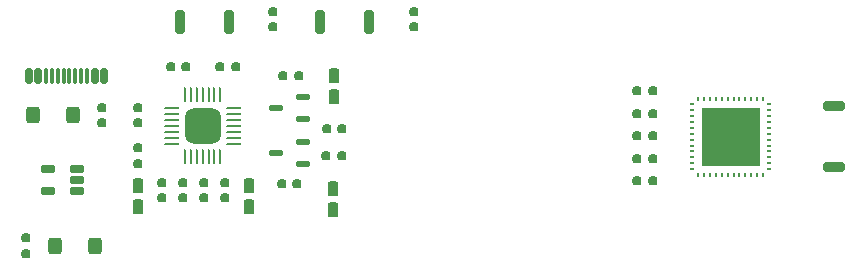
<source format=gtp>
G04*
G04 #@! TF.GenerationSoftware,Altium Limited,Altium Designer,23.1.1 (15)*
G04*
G04 Layer_Color=8421504*
%FSLAX26Y26*%
%MOIN*%
G70*
G04*
G04 #@! TF.SameCoordinates,D0E4B440-4BE9-487C-8C21-8B387810EFB0*
G04*
G04*
G04 #@! TF.FilePolarity,Positive*
G04*
G01*
G75*
G04:AMPARAMS|DCode=16|XSize=78.74mil|YSize=31.496mil|CornerRadius=7.874mil|HoleSize=0mil|Usage=FLASHONLY|Rotation=90.000|XOffset=0mil|YOffset=0mil|HoleType=Round|Shape=RoundedRectangle|*
%AMROUNDEDRECTD16*
21,1,0.078740,0.015748,0,0,90.0*
21,1,0.062992,0.031496,0,0,90.0*
1,1,0.015748,0.007874,0.031496*
1,1,0.015748,0.007874,-0.031496*
1,1,0.015748,-0.007874,-0.031496*
1,1,0.015748,-0.007874,0.031496*
%
%ADD16ROUNDEDRECTD16*%
G04:AMPARAMS|DCode=17|XSize=49.213mil|YSize=25.591mil|CornerRadius=6.398mil|HoleSize=0mil|Usage=FLASHONLY|Rotation=180.000|XOffset=0mil|YOffset=0mil|HoleType=Round|Shape=RoundedRectangle|*
%AMROUNDEDRECTD17*
21,1,0.049213,0.012795,0,0,180.0*
21,1,0.036417,0.025591,0,0,180.0*
1,1,0.012795,-0.018209,0.006398*
1,1,0.012795,0.018209,0.006398*
1,1,0.012795,0.018209,-0.006398*
1,1,0.012795,-0.018209,-0.006398*
%
%ADD17ROUNDEDRECTD17*%
G04:AMPARAMS|DCode=18|XSize=31.496mil|YSize=70.866mil|CornerRadius=7.874mil|HoleSize=0mil|Usage=FLASHONLY|Rotation=270.000|XOffset=0mil|YOffset=0mil|HoleType=Round|Shape=RoundedRectangle|*
%AMROUNDEDRECTD18*
21,1,0.031496,0.055118,0,0,270.0*
21,1,0.015748,0.070866,0,0,270.0*
1,1,0.015748,-0.027559,-0.007874*
1,1,0.015748,-0.027559,0.007874*
1,1,0.015748,0.027559,0.007874*
1,1,0.015748,0.027559,-0.007874*
%
%ADD18ROUNDEDRECTD18*%
%ADD19R,0.009842X0.015748*%
%ADD20R,0.015748X0.009842*%
%ADD21R,0.194882X0.194882*%
G04:AMPARAMS|DCode=22|XSize=30mil|YSize=30mil|CornerRadius=7.5mil|HoleSize=0mil|Usage=FLASHONLY|Rotation=180.000|XOffset=0mil|YOffset=0mil|HoleType=Round|Shape=RoundedRectangle|*
%AMROUNDEDRECTD22*
21,1,0.030000,0.015000,0,0,180.0*
21,1,0.015000,0.030000,0,0,180.0*
1,1,0.015000,-0.007500,0.007500*
1,1,0.015000,0.007500,0.007500*
1,1,0.015000,0.007500,-0.007500*
1,1,0.015000,-0.007500,-0.007500*
%
%ADD22ROUNDEDRECTD22*%
G04:AMPARAMS|DCode=23|XSize=50mil|YSize=35mil|CornerRadius=8.75mil|HoleSize=0mil|Usage=FLASHONLY|Rotation=90.000|XOffset=0mil|YOffset=0mil|HoleType=Round|Shape=RoundedRectangle|*
%AMROUNDEDRECTD23*
21,1,0.050000,0.017500,0,0,90.0*
21,1,0.032500,0.035000,0,0,90.0*
1,1,0.017500,0.008750,0.016250*
1,1,0.017500,0.008750,-0.016250*
1,1,0.017500,-0.008750,-0.016250*
1,1,0.017500,-0.008750,0.016250*
%
%ADD23ROUNDEDRECTD23*%
G04:AMPARAMS|DCode=24|XSize=11.811mil|YSize=51.181mil|CornerRadius=2.953mil|HoleSize=0mil|Usage=FLASHONLY|Rotation=180.000|XOffset=0mil|YOffset=0mil|HoleType=Round|Shape=RoundedRectangle|*
%AMROUNDEDRECTD24*
21,1,0.011811,0.045275,0,0,180.0*
21,1,0.005905,0.051181,0,0,180.0*
1,1,0.005906,-0.002953,0.022638*
1,1,0.005906,0.002953,0.022638*
1,1,0.005906,0.002953,-0.022638*
1,1,0.005906,-0.002953,-0.022638*
%
%ADD24ROUNDEDRECTD24*%
G04:AMPARAMS|DCode=25|XSize=23.622mil|YSize=51.181mil|CornerRadius=5.906mil|HoleSize=0mil|Usage=FLASHONLY|Rotation=180.000|XOffset=0mil|YOffset=0mil|HoleType=Round|Shape=RoundedRectangle|*
%AMROUNDEDRECTD25*
21,1,0.023622,0.039370,0,0,180.0*
21,1,0.011811,0.051181,0,0,180.0*
1,1,0.011811,-0.005906,0.019685*
1,1,0.011811,0.005906,0.019685*
1,1,0.011811,0.005906,-0.019685*
1,1,0.011811,-0.005906,-0.019685*
%
%ADD25ROUNDEDRECTD25*%
G04:AMPARAMS|DCode=26|XSize=30mil|YSize=30mil|CornerRadius=7.5mil|HoleSize=0mil|Usage=FLASHONLY|Rotation=90.000|XOffset=0mil|YOffset=0mil|HoleType=Round|Shape=RoundedRectangle|*
%AMROUNDEDRECTD26*
21,1,0.030000,0.015000,0,0,90.0*
21,1,0.015000,0.030000,0,0,90.0*
1,1,0.015000,0.007500,0.007500*
1,1,0.015000,0.007500,-0.007500*
1,1,0.015000,-0.007500,-0.007500*
1,1,0.015000,-0.007500,0.007500*
%
%ADD26ROUNDEDRECTD26*%
G04:AMPARAMS|DCode=27|XSize=47.244mil|YSize=55.118mil|CornerRadius=11.811mil|HoleSize=0mil|Usage=FLASHONLY|Rotation=0.000|XOffset=0mil|YOffset=0mil|HoleType=Round|Shape=RoundedRectangle|*
%AMROUNDEDRECTD27*
21,1,0.047244,0.031496,0,0,0.0*
21,1,0.023622,0.055118,0,0,0.0*
1,1,0.023622,0.011811,-0.015748*
1,1,0.023622,-0.011811,-0.015748*
1,1,0.023622,-0.011811,0.015748*
1,1,0.023622,0.011811,0.015748*
%
%ADD27ROUNDEDRECTD27*%
G04:AMPARAMS|DCode=28|XSize=19.685mil|YSize=47.244mil|CornerRadius=4.921mil|HoleSize=0mil|Usage=FLASHONLY|Rotation=270.000|XOffset=0mil|YOffset=0mil|HoleType=Round|Shape=RoundedRectangle|*
%AMROUNDEDRECTD28*
21,1,0.019685,0.037402,0,0,270.0*
21,1,0.009843,0.047244,0,0,270.0*
1,1,0.009842,-0.018701,-0.004921*
1,1,0.009842,-0.018701,0.004921*
1,1,0.009842,0.018701,0.004921*
1,1,0.009842,0.018701,-0.004921*
%
%ADD28ROUNDEDRECTD28*%
G04:AMPARAMS|DCode=29|XSize=119.291mil|YSize=119.291mil|CornerRadius=29.823mil|HoleSize=0mil|Usage=FLASHONLY|Rotation=0.000|XOffset=0mil|YOffset=0mil|HoleType=Round|Shape=RoundedRectangle|*
%AMROUNDEDRECTD29*
21,1,0.119291,0.059646,0,0,0.0*
21,1,0.059646,0.119291,0,0,0.0*
1,1,0.059646,0.029823,-0.029823*
1,1,0.059646,-0.029823,-0.029823*
1,1,0.059646,-0.029823,0.029823*
1,1,0.059646,0.029823,0.029823*
%
%ADD29ROUNDEDRECTD29*%
G04:AMPARAMS|DCode=30|XSize=9.842mil|YSize=50mil|CornerRadius=2.461mil|HoleSize=0mil|Usage=FLASHONLY|Rotation=0.000|XOffset=0mil|YOffset=0mil|HoleType=Round|Shape=RoundedRectangle|*
%AMROUNDEDRECTD30*
21,1,0.009842,0.045079,0,0,0.0*
21,1,0.004921,0.050000,0,0,0.0*
1,1,0.004921,0.002461,-0.022539*
1,1,0.004921,-0.002461,-0.022539*
1,1,0.004921,-0.002461,0.022539*
1,1,0.004921,0.002461,0.022539*
%
%ADD30ROUNDEDRECTD30*%
G04:AMPARAMS|DCode=31|XSize=9.842mil|YSize=50mil|CornerRadius=2.461mil|HoleSize=0mil|Usage=FLASHONLY|Rotation=90.000|XOffset=0mil|YOffset=0mil|HoleType=Round|Shape=RoundedRectangle|*
%AMROUNDEDRECTD31*
21,1,0.009842,0.045079,0,0,90.0*
21,1,0.004921,0.050000,0,0,90.0*
1,1,0.004921,0.022539,0.002461*
1,1,0.004921,0.022539,-0.002461*
1,1,0.004921,-0.022539,-0.002461*
1,1,0.004921,-0.022539,0.002461*
%
%ADD31ROUNDEDRECTD31*%
D16*
X769646Y-75000D02*
D03*
X935000D02*
D03*
X1237323D02*
D03*
X1402677D02*
D03*
D17*
X429213Y-637008D02*
D03*
Y-600000D02*
D03*
Y-562992D02*
D03*
X330787D02*
D03*
Y-637008D02*
D03*
D18*
X2950000Y-555453D02*
D03*
Y-354547D02*
D03*
D19*
X2714606Y-328709D02*
D03*
X2694921D02*
D03*
X2675236D02*
D03*
X2655551D02*
D03*
X2635866D02*
D03*
X2616181D02*
D03*
X2596496D02*
D03*
X2576811D02*
D03*
X2557126D02*
D03*
X2537441D02*
D03*
X2517756D02*
D03*
X2498071D02*
D03*
Y-582646D02*
D03*
X2517756D02*
D03*
X2537441D02*
D03*
X2557126D02*
D03*
X2576811D02*
D03*
X2596496D02*
D03*
X2616181D02*
D03*
X2635866D02*
D03*
X2655551D02*
D03*
X2675236D02*
D03*
X2694921D02*
D03*
X2714606D02*
D03*
D20*
X2479370Y-347409D02*
D03*
Y-367094D02*
D03*
Y-386779D02*
D03*
Y-406464D02*
D03*
Y-426149D02*
D03*
Y-445835D02*
D03*
Y-465520D02*
D03*
Y-485205D02*
D03*
Y-504890D02*
D03*
Y-524575D02*
D03*
Y-544260D02*
D03*
Y-563945D02*
D03*
X2733307D02*
D03*
Y-544260D02*
D03*
Y-524575D02*
D03*
Y-504890D02*
D03*
Y-485205D02*
D03*
Y-465520D02*
D03*
Y-445835D02*
D03*
Y-426149D02*
D03*
Y-406464D02*
D03*
Y-386779D02*
D03*
Y-367094D02*
D03*
Y-347409D02*
D03*
D21*
X2606339Y-455677D02*
D03*
D22*
X1259413Y-429997D02*
D03*
X1310594D02*
D03*
X1258819Y-520000D02*
D03*
X1310000D02*
D03*
X792084Y-225004D02*
D03*
X957084D02*
D03*
X905902D02*
D03*
X2295315Y-305000D02*
D03*
X2346496D02*
D03*
Y-380000D02*
D03*
X2295315D02*
D03*
X2346496Y-529998D02*
D03*
X2346499Y-604997D02*
D03*
X2295315Y-454999D02*
D03*
Y-529998D02*
D03*
X2346496Y-454999D02*
D03*
X2295318Y-604997D02*
D03*
X1110315Y-615000D02*
D03*
X1161496D02*
D03*
X740902Y-225004D02*
D03*
X1167090Y-254997D02*
D03*
X1115909D02*
D03*
D23*
X1279744Y-699995D02*
D03*
Y-629995D02*
D03*
X1284744Y-324995D02*
D03*
Y-254995D02*
D03*
X1001496Y-620000D02*
D03*
Y-690000D02*
D03*
X631752Y-690005D02*
D03*
Y-620005D02*
D03*
D24*
X422246Y-252890D02*
D03*
X441926D02*
D03*
X461616Y-252930D02*
D03*
X343516D02*
D03*
X382876Y-252890D02*
D03*
X363186D02*
D03*
X323816D02*
D03*
X402556D02*
D03*
D25*
X487204D02*
D03*
X518701D02*
D03*
X298228Y-252900D02*
D03*
X266732Y-252890D02*
D03*
D26*
X256499Y-794413D02*
D03*
Y-845594D02*
D03*
X1551499Y-39413D02*
D03*
Y-90594D02*
D03*
X631499Y-494413D02*
D03*
Y-545594D02*
D03*
X511493Y-410588D02*
D03*
Y-359406D02*
D03*
X711493Y-660588D02*
D03*
X781493D02*
D03*
Y-609407D02*
D03*
X711493D02*
D03*
X921499Y-660594D02*
D03*
X851499D02*
D03*
X921499Y-609413D02*
D03*
X851499D02*
D03*
X631499Y-410594D02*
D03*
Y-359413D02*
D03*
X1081496Y-38819D02*
D03*
Y-90000D02*
D03*
D27*
X354567Y-820000D02*
D03*
X488425D02*
D03*
X281496Y-385000D02*
D03*
X415354D02*
D03*
D28*
X1181496Y-397402D02*
D03*
X1091496Y-510000D02*
D03*
X1181496Y-547402D02*
D03*
Y-472599D02*
D03*
Y-322599D02*
D03*
X1091496Y-360000D02*
D03*
D29*
X846496Y-420000D02*
D03*
D30*
X787441Y-316260D02*
D03*
X807126D02*
D03*
X826811D02*
D03*
X846496D02*
D03*
X866181D02*
D03*
X885866D02*
D03*
X905551D02*
D03*
Y-523740D02*
D03*
X885866D02*
D03*
X866181D02*
D03*
X846496D02*
D03*
X826811D02*
D03*
X807126D02*
D03*
X787441D02*
D03*
D31*
X950236Y-380630D02*
D03*
Y-400315D02*
D03*
Y-420000D02*
D03*
Y-439685D02*
D03*
Y-459370D02*
D03*
Y-479055D02*
D03*
X742756D02*
D03*
Y-459370D02*
D03*
Y-439685D02*
D03*
Y-420000D02*
D03*
Y-400315D02*
D03*
Y-380630D02*
D03*
Y-360945D02*
D03*
X950236D02*
D03*
M02*

</source>
